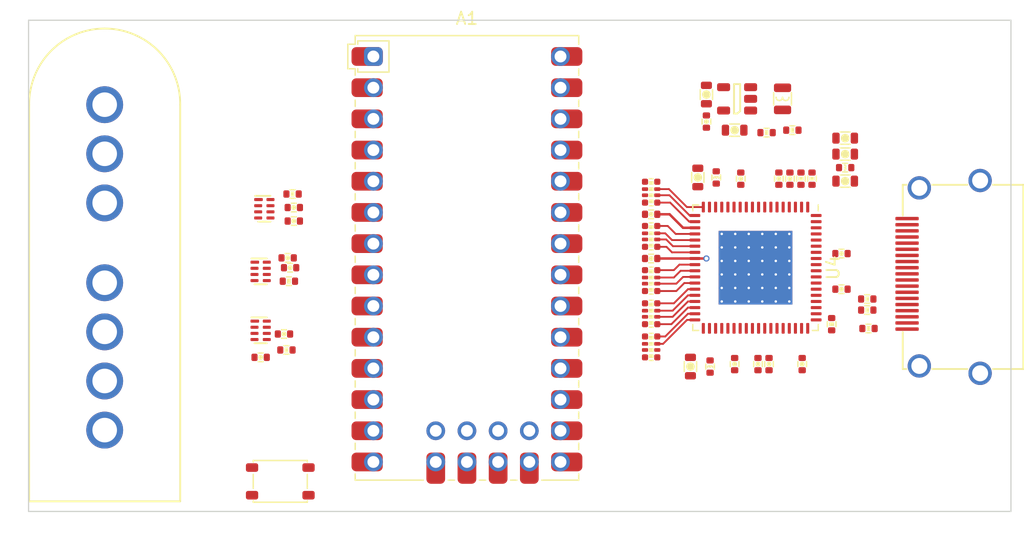
<source format=kicad_pcb>
(kicad_pcb (version 20210623) (generator pcbnew)
  (layers (0 "F.Cu" signal) (1 "In1.Cu" signal) (2 "In2.Cu" signal) (31 "B.Cu" signal) (34 "B.Paste" user) (35 "F.Paste" user) (36 "B.SilkS" user "B.Silkscreen") (37 "F.SilkS" user "F.Silkscreen") (38 "B.Mask" user) (39 "F.Mask" user) (44 "Edge.Cuts" user))
  (net 0 "")
  (net 1 "+3V3")
  (net 2 "GND")
  (net 3 "+5V")
  (net 4 "+1V2")
  (net 5 "Net-(C9-Pad2)")
  (net 6 "/xGPCLK")
  (net 7 "/xGPLATCH")
  (net 8 "/xGPDAT0")
  (net 9 "/xGPDAT1")
  (net 10 "/xGPSEL")
  (net 11 "/D2+")
  (net 12 "/D2-")
  (net 13 "/D1+")
  (net 14 "/D1-")
  (net 16 "/D0+")
  (net 17 "/D0-")
  (net 18 "/CK+")
  (net 19 "/CK-")
  (net 20 "/CEC")
  (net 21 "/DSCL")
  (net 22 "/DSDA")
  (net 23 "/HPD")
  (net 24 "Net-(L1-Pad2)")
  (net 25 "Net-(R1-Pad1)")
  (net 26 "Net-(R2-Pad1)")
  (net 27 "Net-(R3-Pad1)")
  (net 28 "/DE")
  (net 29 "Net-(R4-Pad4)")
  (net 30 "/VSYNC")
  (net 31 "Net-(R5-Pad4)")
  (net 32 "/HSYNC")
  (net 33 "Net-(R6-Pad4)")
  (net 34 "/IDCK")
  (net 35 "Net-(R7-Pad4)")
  (net 36 "/VD0")
  (net 37 "/VD1")
  (net 38 "/VD2")
  (net 39 "/VD3")
  (net 40 "/VD4")
  (net 41 "/VD5")
  (net 42 "/VD6")
  (net 43 "/VD7")
  (net 44 "/VD8")
  (net 45 "/VD9")
  (net 46 "/VD10")
  (net 47 "/VD11")
  (net 48 "/CSDA")
  (net 49 "/CSCL")
  (net 50 "/SPDIF")
  (net 51 "Net-(A1-Pad31)")
  (net 52 "/GPCLK")
  (net 53 "/GPLATCH")
  (net 54 "/GPSEL")
  (net 55 "/GPDAT0")
  (net 56 "/GPDAT1")
  (net 76 "/CDONE{slash}~{RST}")
  (net 78 "Net-(R4-Pad2)")
  (net 79 "Net-(R5-Pad6)")
  (net 80 "Net-(R5-Pad8)")
  (net 81 "Net-(R6-Pad2)")
  (net 82 "Net-(R6-Pad6)")
  (net 83 "Net-(R6-Pad8)")
  (net 84 "Net-(R7-Pad2)")
  (net 85 "Net-(R7-Pad6)")
  (net 86 "Net-(R7-Pad8)")
  (net 87 "Net-(R13-Pad1)")
  (net 88 "/CVCC12")
  (net 89 "/IOVCC")
  (net 90 "/AVCC12")
  (net 91 "Net-(R4-Pad6)")
  (net 92 "Net-(R4-Pad8)")
  (net 93 "Net-(R10-Pad5)")
  (net 94 "Net-(R10-Pad7)")
  (footprint "pkl_connectors:HDMI-10029449-111RLF" (layer "F.Cu") (at 102.49 50.9 90)
    (fp_text reference "J2")
    (fp_text value "HDMI_A" hide)
  )
  (footprint "pkl_housings_sot:SOT-23-5" (layer "F.Cu") (at 87.7 36.4)
    (fp_text reference "U5")
    (fp_text value "TLV62568DBV")
  )
  (footprint "pkl_dipol:C_0402" (layer "F.Cu") (at 93 58 -90)
    (fp_text reference "C10")
    (fp_text value "100n")
  )
  (footprint "pkl_dipol:C_0402" (layer "F.Cu") (at 91.1 42.9 90)
    (fp_text reference "C15")
    (fp_text value "100n")
  )
  (footprint "pkl_dipol:C_0402" (layer "F.Cu") (at 88 42.9 90)
    (fp_text reference "C14")
    (fp_text value "100n")
  )
  (footprint "pkl_dipol:R_0402" (layer "F.Cu") (at 51.5 44.15)
    (fp_text reference "R2")
    (fp_text value "10k")
  )
  (footprint "pkl_dipol:C_0603" (layer "F.Cu") (at 96.5 40.9)
    (fp_text reference "C24")
    (fp_text value "10u")
  )
  (footprint "pkl_dipol:R_Array_Convex_4x0402" (layer "F.Cu") (at 80.7 53.9)
    (fp_text reference "R4")
    (fp_text value "33R")
  )
  (footprint "pkl_dipol:C_0402" (layer "F.Cu") (at 87.5 58 -90)
    (fp_text reference "C12")
    (fp_text value "100n")
  )
  (footprint "pkl_dipol:C_0402" (layer "F.Cu") (at 80.7 49.4 180)
    (fp_text reference "C13")
    (fp_text value "100n")
  )
  (footprint "pkl_housings_sot:SOT-833-1" (layer "F.Cu") (at 49.200001 45.35)
    (fp_text reference "U2")
    (fp_text value "74LVC2T45")
  )
  (footprint "pkl_housings_sot:SOT-833-1" (layer "F.Cu") (at 48.9 55.25)
    (fp_text reference "U1")
    (fp_text value "74LVC2T45")
  )
  (footprint "pkl_dipol:R_Array_Convex_4x0402" (layer "F.Cu") (at 80.7 47.6)
    (fp_text reference "R7")
    (fp_text value "33R")
  )
  (footprint "pkl_dipol:R_0402" (layer "F.Cu") (at 95.4 54.75 -90)
    (fp_text reference "R13")
    (fp_text value "5k1")
  )
  (footprint "pkl_housings_sot:SOT-833-1" (layer "F.Cu") (at 48.9 50.45)
    (fp_text reference "U3")
    (fp_text value "74LVC2T45")
  )
  (footprint "pkl_dipol:L_0402" (layer "F.Cu") (at 96.5 42 180)
    (fp_text reference "L4")
    (fp_text value "600")
  )
  (footprint "pkl_dipol:R_0402" (layer "F.Cu") (at 92.2 38.95)
    (fp_text reference "R12")
    (fp_text value "10k")
  )
  (footprint "pkl_dipol:C_0402" (layer "F.Cu") (at 96.2 51.9)
    (fp_text reference "C22")
    (fp_text value "100n")
  )
  (footprint "pkl_dipol:C_0402" (layer "F.Cu") (at 89.4 58 -90)
    (fp_text reference "C17")
    (fp_text value "100n")
  )
  (footprint "pkl_dipol:R_0402" (layer "F.Cu") (at 90.1 39.15)
    (fp_text reference "R11")
    (fp_text value "10k")
  )
  (footprint "pkl_dipol:C_0603" (layer "F.Cu") (at 87.5 38.95)
    (fp_text reference "C8")
    (fp_text value "10u")
  )
  (footprint "pkl_dipol:C_0402" (layer "F.Cu") (at 96.2 49)
    (fp_text reference "C21")
    (fp_text value "100n")
  )
  (footprint "pkl_dipol:R_0402" (layer "F.Cu") (at 51.2 51.25)
    (fp_text reference "R3")
    (fp_text value "10k")
  )
  (footprint "pkl_dipol:R_0402" (layer "F.Cu") (at 93.8 42.9 -90)
    (fp_text reference "R9")
    (fp_text value "4k7")
  )
  (footprint "Package_DFN_QFN:QFN-72-1EP_10x10mm_P0.5mm_EP6x6mm_ThermalVias" (layer "F.Cu") (at 89.2 50.15 -90)
    (fp_text reference "U4")
    (fp_text value "SII902xA-mod")
  )
  (footprint "pkl_dipol:C_0603" (layer "F.Cu") (at 85.2 36.05 -90)
    (fp_text reference "C7")
    (fp_text value "4u7")
  )
  (footprint "pkl_dipol:R_Array_Convex_4x0402" (layer "F.Cu") (at 80.7 44)
    (fp_text reference "R5")
    (fp_text value "33R")
  )
  (footprint "pkl_dipol:L_0402" (layer "F.Cu") (at 86 42.8 -90)
    (fp_text reference "L2")
    (fp_text value "600")
  )
  (footprint "pkl_dipol:C_0402" (layer "F.Cu") (at 90.3 58 -90)
    (fp_text reference "C11")
    (fp_text value "100n")
  )
  (footprint "pkl_dipol:C_0402" (layer "F.Cu") (at 80.7 45.8 180)
    (fp_text reference "C18")
    (fp_text value "100n")
  )
  (footprint "pkl_dipol:C_0402" (layer "F.Cu") (at 51.6 46.35)
    (fp_text reference "C6")
    (fp_text value "100n")
  )
  (footprint "pkl_buttons_switches:SW_SPST_3x4x2.5" (layer "F.Cu") (at 50.5 67.55)
    (fp_text reference "SW1")
    (fp_text value "TACT")
  )
  (footprint "pkl_dipol:R_0402" (layer "F.Cu") (at 51 56.85)
    (fp_text reference "R1")
    (fp_text value "10k")
  )
  (footprint "pkl_dipol:L_0805" (layer "F.Cu") (at 91.4 36.4 90)
    (fp_text reference "L1")
    (fp_text value "2u2")
  )
  (footprint "pkl_dipol:C_0402" (layer "F.Cu") (at 50.8 55.55)
    (fp_text reference "C5")
    (fp_text value "100n")
  )
  (footprint "pkl_dipol:R_0402" (layer "F.Cu") (at 98.3 52.7)
    (fp_text reference "R15")
    (fp_text value "2k2")
  )
  (footprint "pkl_dipol:C_0402" (layer "F.Cu") (at 85.2 38.25 90)
    (fp_text reference "C9")
    (fp_text value "6p8")
  )
  (footprint "pkl_dipol:L_0402" (layer "F.Cu") (at 85.5 58.2 -90)
    (fp_text reference "L3")
    (fp_text value "600")
  )
  (footprint "pkl_dipol:C_0402" (layer "F.Cu") (at 92 42.9 90)
    (fp_text reference "C19")
    (fp_text value "100n")
  )
  (footprint "pkl_dipol:R_0402" (layer "F.Cu") (at 98.4 55.1 180)
    (fp_text reference "R16")
    (fp_text value "10k")
  )
  (footprint "pkl_dipol:C_0402" (layer "F.Cu") (at 51.3 50.15)
    (fp_text reference "C3")
    (fp_text value "100n")
  )
  (footprint "pkl_dipol:R_Array_Convex_4x0402" (layer "F.Cu") (at 80.7 56.6 180)
    (fp_text reference "R10")
    (fp_text value "33R")
  )
  (footprint "pkl_dipol:C_0603" (layer "F.Cu") (at 83.9 58.2 90)
    (fp_text reference "C20")
    (fp_text value "10u")
  )
  (footprint "pkl_dipol:C_0402" (layer "F.Cu") (at 48.9 57.45)
    (fp_text reference "C1")
    (fp_text value "100n")
  )
  (footprint "pkl_dipol:C_0402" (layer "F.Cu") (at 51.599999 45.25)
    (fp_text reference "C2")
    (fp_text value "100n")
  )
  (footprint "pkl_connectors:SNES" (layer "F.Cu") (at 36.2 63.375 90)
    (fp_text reference "J1")
    (fp_text value "SNES" hide)
  )
  (footprint "pkl_dipol:C_0603" (layer "F.Cu") (at 84.5 42.8 90)
    (fp_text reference "C16")
    (fp_text value "10u")
  )
  (footprint "pkl_dipol:R_Array_Convex_4x0402" (layer "F.Cu") (at 80.7 51.2)
    (fp_text reference "R6")
    (fp_text value "33R")
  )
  (footprint "pkl_dipol:C_0603" (layer "F.Cu") (at 96.5 39.6)
    (fp_text reference "C25")
    (fp_text value "10u")
  )
  (footprint "pkl_dipol:R_0402" (layer "F.Cu") (at 92.9 42.9 -90)
    (fp_text reference "R8")
    (fp_text value "4k7")
  )
  (footprint "pkl_dipol:C_0603" (layer "F.Cu") (at 96.5 43.1)
    (fp_text reference "C23")
    (fp_text value "10u")
  )
  (footprint "pkl_dipol:C_0402" (layer "F.Cu") (at 51.1 49.35)
    (fp_text reference "C4")
    (fp_text value "100n")
  )
  (footprint "pkl_dipol:R_0402" (layer "F.Cu") (at 98.3 53.6)
    (fp_text reference "R14")
    (fp_text value "2k2")
  )
  (footprint "pkl_module:iCEBreaker_Bitsy" (layer "F.Cu") (at 65.7 49.35)
    (fp_text reference "A1")
    (fp_text value "iCEBreaker_Bitsy")
  )
  (gr_line (start 110 30) (end 110 70) (layer "Edge.Cuts") (width 0.1))
  (gr_line (start 30 30) (end 110 30) (layer "Edge.Cuts") (width 0.1))
  (gr_line (start 30 70) (end 30 30) (layer "Edge.Cuts") (width 0.1))
  (gr_line (start 110 70) (end 30 70) (layer "Edge.Cuts") (width 0.1))
  (segment (start 83.7 52.4) (end 84.2625 52.4) (width 0.15) (layer "F.Cu") (net 29))
  (segment (start 82.45 53.65) (end 83.7 52.4) (width 0.15) (layer "F.Cu") (net 29))
  (segment (start 81.2 53.65) (end 82.45 53.65) (width 0.15) (layer "F.Cu") (net 29))
  (segment (start 81.2 43.75) (end 82.15 43.75) (width 0.15) (layer "F.Cu") (net 31))
  (segment (start 83.6125 45.2125) (end 84.95 45.2125) (width 0.15) (layer "F.Cu") (net 31))
  (segment (start 82.15 43.75) (end 83.6125 45.2125) (width 0.15) (layer "F.Cu") (net 31))
  (segment (start 83.1 50.4) (end 84.2625 50.4) (width 0.15) (layer "F.Cu") (net 33))
  (segment (start 82.55 50.95) (end 83.1 50.4) (width 0.15) (layer "F.Cu") (net 33))
  (segment (start 81.2 50.95) (end 82.55 50.95) (width 0.15) (layer "F.Cu") (net 33))
  (segment (start 82.4 47.9) (end 84.2625 47.9) (width 0.15) (layer "F.Cu") (net 35))
  (segment (start 81.85 47.35) (end 82.4 47.9) (width 0.15) (layer "F.Cu") (net 35))
  (segment (start 81.2 47.35) (end 81.85 47.35) (width 0.15) (layer "F.Cu") (net 35))
  (segment (start 82.55 53.05) (end 83.7 51.9) (width 0.15) (layer "F.Cu") (net 78))
  (segment (start 81.2 53.05) (end 82.55 53.05) (width 0.15) (layer "F.Cu") (net 78))
  (segment (start 83.7 51.9) (end 84.2625 51.9) (width 0.15) (layer "F.Cu") (net 78))
  (segment (start 83.838207 45.9) (end 84.2625 45.9) (width 0.15) (layer "F.Cu") (net 79))
  (segment (start 82.188207 44.25) (end 83.838207 45.9) (width 0.15) (layer "F.Cu") (net 79))
  (segment (start 81.2 44.25) (end 82.188207 44.25) (width 0.15) (layer "F.Cu") (net 79))
  (segment (start 82.25 44.85) (end 83.8 46.4) (width 0.15) (layer "F.Cu") (net 80))
  (segment (start 81.2 44.85) (end 82.25 44.85) (width 0.15) (layer "F.Cu") (net 80))
  (segment (start 83.8 46.4) (end 84.2625 46.4) (width 0.15) (layer "F.Cu") (net 80))
  (segment (start 81.2 50.35) (end 82.55 50.35) (width 0.15) (layer "F.Cu") (net 81))
  (segment (start 82.55 50.35) (end 83 49.9) (width 0.15) (layer "F.Cu") (net 81))
  (segment (start 83 49.9) (end 84.2625 49.9) (width 0.15) (layer "F.Cu") (net 81))
  (segment (start 81.2 51.45) (end 82.75 51.45) (width 0.15) (layer "F.Cu") (net 82))
  (segment (start 82.75 51.45) (end 83.3 50.9) (width 0.15) (layer "F.Cu") (net 82))
  (segment (start 83.3 50.9) (end 84.2625 50.9) (width 0.15) (layer "F.Cu") (net 82))
  (segment (start 83.4 51.4) (end 84.2625 51.4) (width 0.15) (layer "F.Cu") (net 83))
  (segment (start 82.75 52.05) (end 83.4 51.4) (width 0.15) (layer "F.Cu") (net 83))
  (segment (start 81.2 52.05) (end 82.75 52.05) (width 0.15) (layer "F.Cu") (net 83))
  (segment (start 82.7 47.4) (end 84.2625 47.4) (width 0.15) (layer "F.Cu") (net 84))
  (segment (start 82.7 47.4) (end 82.05 46.75) (width 0.15) (layer "F.Cu") (net 84))
  (segment (start 81.2 46.75) (end 82.05 46.75) (width 0.15) (layer "F.Cu") (net 84))
  (segment (start 82.476414 48.4) (end 84.2625 48.4) (width 0.15) (layer "F.Cu") (net 85))
  (segment (start 81.926414 47.85) (end 82.476414 48.4) (width 0.15) (layer "F.Cu") (net 85))
  (segment (start 81.2 47.85) (end 81.926414 47.85) (width 0.15) (layer "F.Cu") (net 85))
  (segment (start 81.95 48.45) (end 82.4 48.9) (width 0.15) (layer "F.Cu") (net 86))
  (segment (start 81.2 48.45) (end 81.95 48.45) (width 0.15) (layer "F.Cu") (net 86))
  (segment (start 82.4 48.9) (end 84.2625 48.9) (width 0.15) (layer "F.Cu") (net 86))
  (segment (start 84.2625 49.4) (end 85.2 49.4) (width 0.2) (layer "F.Cu") (net 88))
  (segment (start 81.2 49.4) (end 84.2625 49.4) (width 0.2) (layer "F.Cu") (net 88))
  (via (at 85.2 49.4) (size 0.5) (drill 0.3) (layers "F.Cu" "B.Cu") (net 88))
  (segment (start 83.3 46.9) (end 84.2625 46.9) (width 0.2) (layer "F.Cu") (net 89))
  (segment (start 81.2 45.8) (end 82.2 45.8) (width 0.2) (layer "F.Cu") (net 89))
  (segment (start 82.2 45.8) (end 83.3 46.9) (width 0.2) (layer "F.Cu") (net 89))
  (segment (start 83.7 52.9) (end 84.2625 52.9) (width 0.15) (layer "F.Cu") (net 91))
  (segment (start 82.45 54.15) (end 83.7 52.9) (width 0.15) (layer "F.Cu") (net 91))
  (segment (start 81.2 54.15) (end 82.45 54.15) (width 0.15) (layer "F.Cu") (net 91))
  (segment (start 83.7 53.4) (end 84.2625 53.4) (width 0.15) (layer "F.Cu") (net 92))
  (segment (start 81.2 54.75) (end 82.35 54.75) (width 0.15) (layer "F.Cu") (net 92))
  (segment (start 82.35 54.75) (end 83.7 53.4) (width 0.15) (layer "F.Cu") (net 92))
  (segment (start 83.623586 54.4) (end 84.2625 54.4) (width 0.15) (layer "F.Cu") (net 93))
  (segment (start 81.673585 56.35) (end 83.623586 54.4) (width 0.15) (layer "F.Cu") (net 93))
  (segment (start 81.2 56.35) (end 81.673585 56.35) (width 0.15) (layer "F.Cu") (net 93))
  (segment (start 81.85 55.75) (end 83.7 53.9) (width 0.15) (layer "F.Cu") (net 94))
  (segment (start 81.2 55.75) (end 81.85 55.75) (width 0.15) (layer "F.Cu") (net 94))
  (segment (start 83.7 53.9) (end 84.2625 53.9) (width 0.15) (layer "F.Cu") (net 94))
)
</source>
